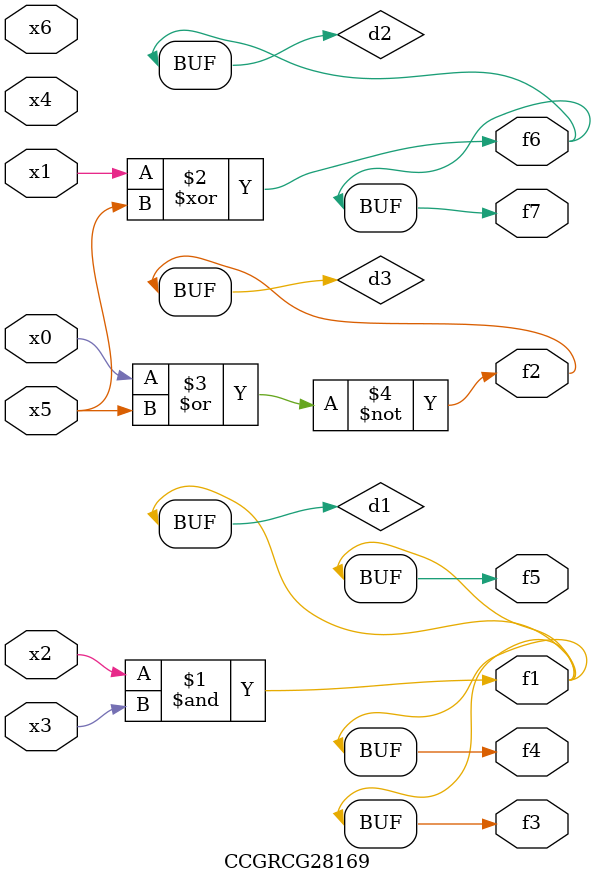
<source format=v>
module CCGRCG28169(
	input x0, x1, x2, x3, x4, x5, x6,
	output f1, f2, f3, f4, f5, f6, f7
);

	wire d1, d2, d3;

	and (d1, x2, x3);
	xor (d2, x1, x5);
	nor (d3, x0, x5);
	assign f1 = d1;
	assign f2 = d3;
	assign f3 = d1;
	assign f4 = d1;
	assign f5 = d1;
	assign f6 = d2;
	assign f7 = d2;
endmodule

</source>
